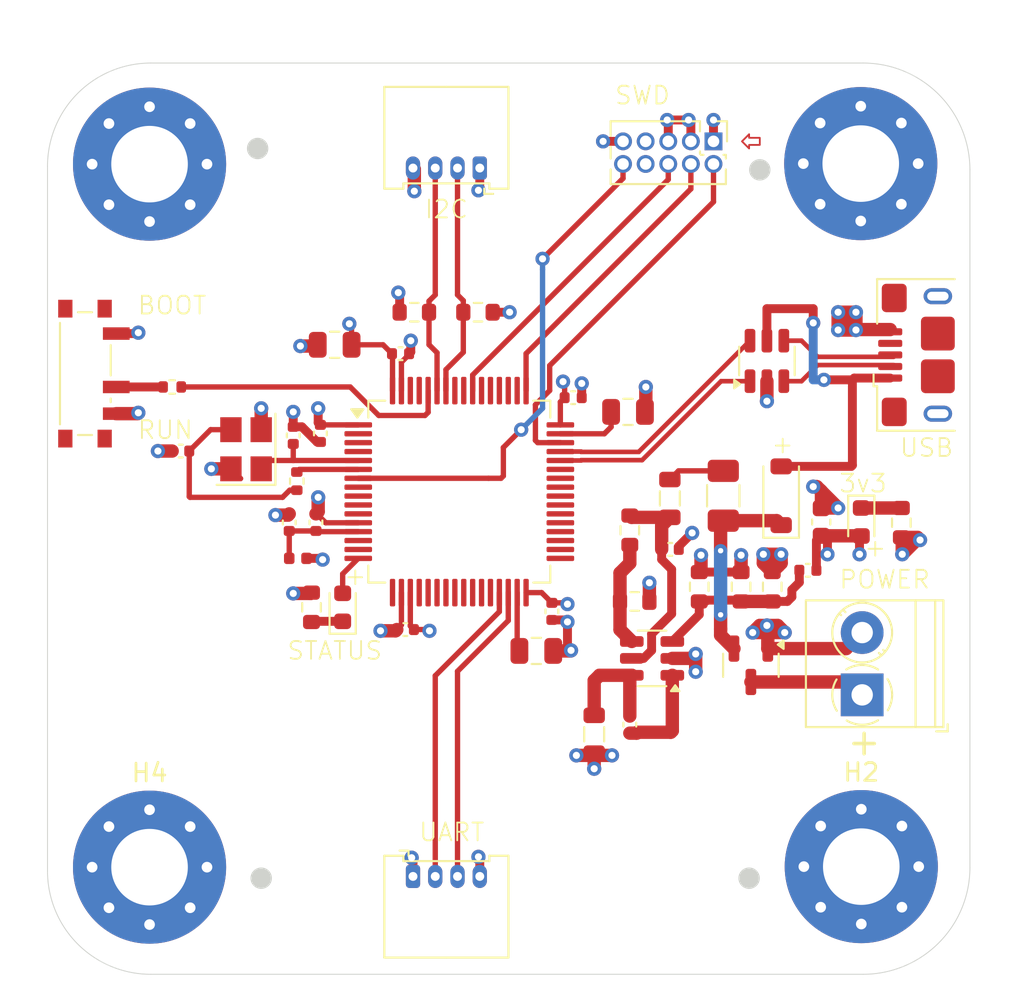
<source format=kicad_pcb>
(kicad_pcb (version 20240108) (generator "pcbnew") (generator_version "8.0")
  (layers (0 "F.Cu" signal) (1 "In1.Cu" power) (2 "In2.Cu" power) (31 "B.Cu" signal) (34 "B.Paste" user) (35 "F.Paste" user) (36 "B.SilkS" user "B.Silkscreen") (37 "F.SilkS" user "F.Silkscreen") (38 "B.Mask" user) (39 "F.Mask" user) (44 "Edge.Cuts" user))
  (net 0 "")
  (net 1 "Net-(U1-VCAP_2)")
  (net 2 "GND")
  (net 3 "Net-(U1-VCAP_1)")
  (net 4 "+3.3V")
  (net 5 "+3.3VA")
  (net 6 "Net-(C11-Pad1)")
  (net 7 "HSE_IN")
  (net 8 "Net-(MP2359DJ1-IN)")
  (net 9 "Net-(MP2359DJ1-SW)")
  (net 10 "Net-(MP2359DJ1-BST)")
  (net 11 "Net-(MP2359DJ1-FB)")
  (net 12 "LED_STATUS")
  (net 13 "Net-(D1-K)")
  (net 14 "+5V")
  (net 15 "Net-(D2-K)")
  (net 16 "Net-(D3-K)")
  (net 17 "Net-(F1-Pad2)")
  (net 18 "+12V")
  (net 19 "SWO")
  (net 20 "SWDIO")
  (net 21 "SECLK")
  (net 22 "NRST")
  (net 25 "I2C1_SCL")
  (net 26 "I2C1_SDA")
  (net 27 "UART3_TX")
  (net 28 "UART3_RX")
  (net 33 "USB_Conn_D+")
  (net 36 "USB_Conn_D-")
  (net 38 "Net-(MP2359DJ1-EN)")
  (net 39 "BOOT0")
  (net 40 "Net-(SW1-B)")
  (net 41 "HSE_OUT")
  (net 67 "USB_D+")
  (net 69 "USB_D-")
  (footprint "LED_SMD:LED_0603_1608Metric" (layer "F.Cu") (at 96.375 103.18 90)
    (property "Reference" "D1")
    (property "Value" "Blue LED")
  )
  (footprint "LED_SMD:LED_0603_1608Metric" (layer "F.Cu") (at 125.5 98.3875 -90)
    (property "Reference" "D3")
    (property "Value" "RED")
  )
  (footprint "Capacitor_SMD:C_0402_1005Metric" (layer "F.Cu") (at 94.875 98.41 90)
    (property "Reference" "C10")
    (property "Value" "10n")
  )
  (footprint "Button_Switch_SMD:SW_SPDT_PCM12" (layer "F.Cu") (at 82.23 90.05 -90)
    (property "Reference" "SW1")
    (property "Value" "SW_SPDT")
  )
  (footprint "Resistor_SMD:R_0402_1005Metric" (layer "F.Cu") (at 93.8 96.09 -90)
    (property "Reference" "R2")
    (property "Value" "47")
  )
  (footprint "Capacitor_SMD:C_0402_1005Metric" (layer "F.Cu") (at 93.6 93.52 90)
    (property "Reference" "C12")
    (property "Value" "12p")
  )
  (footprint "Fuse:Fuse_1206_3216Metric" (layer "F.Cu") (at 117.75 96.9125 90)
    (property "Reference" "F1")
    (property "Value" "Polyfuse_Small")
  )
  (footprint "Package_TO_SOT_SMD:SOT-23-6" (layer "F.Cu") (at 120.2 89.3375 90)
    (property "Reference" "U2")
    (property "Value" "USBLC6-2SC6")
  )
  (footprint "Capacitor_SMD:C_0402_1005Metric" (layer "F.Cu") (at 93.375 98.41 90)
    (property "Reference" "C9")
    (property "Value" "1u")
  )
  (footprint "MountingHole:MountingHole_4.3mm_M4_Pad_Via" (layer "F.Cu") (at 85.530419 117.780419)
    (property "Reference" "H4")
    (property "Value" "MountingHole_Pad")
  )
  (footprint "Inductor_SMD:L_0402_1005Metric" (layer "F.Cu") (at 93.86 100.43 180)
    (property "Reference" "L1")
    (property "Value" "39n")
  )
  (footprint "Resistor_SMD:R_0603_1608Metric" (layer "F.Cu") (at 116.4 102.025 -90)
    (property "Reference" "R6")
    (property "Value" "62K")
  )
  (footprint "MountingHole:MountingHole_4.3mm_M4_Pad_Via" (layer "F.Cu") (at 125.469581 78.25)
    (property "Reference" "H1")
    (property "Value" "MountingHole_Pad")
  )
  (footprint "Capacitor_SMD:C_0805_2012Metric" (layer "F.Cu") (at 95.925 88.43 180)
    (property "Reference" "C3")
    (property "Value" "4u7")
  )
  (footprint "Resistor_SMD:R_0603_1608Metric" (layer "F.Cu") (at 118.75 102.025 -90)
    (property "Reference" "R8")
    (property "Value" "62K")
  )
  (footprint "Connector_Molex:Molex_PicoBlade_53048-0410_1x04_P1.25mm_Horizontal" (layer "F.Cu") (at 100.325 118.3)
    (property "Reference" "J4")
    (property "Value" "Conn_01x04")
  )
  (footprint "Capacitor_SMD:C_0402_1005Metric" (layer "F.Cu") (at 87.28 94.4 180)
    (property "Reference" "C11")
    (property "Value" "12p")
  )
  (footprint "MountingHole:MountingHole_4.3mm_M4_Pad_Via" (layer "F.Cu") (at 85.530419 78.280419)
    (property "Reference" "H3")
    (property "Value" "MountingHole_Pad")
  )
  (footprint "Capacitor_SMD:C_0402_1005Metric" (layer "F.Cu") (at 109.32 91.4)
    (property "Reference" "C7")
    (property "Value" "100n")
  )
  (footprint "MountingHole:MountingHole_4.3mm_M4_Pad_Via" (layer "F.Cu") (at 125.5 117.75)
    (property "Reference" "H2")
    (property "Value" "MountingHole_Pad")
  )
  (footprint "Resistor_SMD:R_0603_1608Metric" (layer "F.Cu") (at 120.5 102.025 90)
    (property "Reference" "R7")
    (property "Value" "10K")
  )
  (footprint "Connector_USB:USB_Micro-B_Amphenol_10118193-0001LF_Horizontal" (layer "F.Cu") (at 129.8 89 90)
    (property "Reference" "J5")
    (property "Value" "USB_B_Micro")
  )
  (footprint "Crystal:Crystal_SMD_3225-4Pin_3.2x2.5mm" (layer "F.Cu") (at 90.95 94.3 90)
    (property "Reference" "Y1")
    (property "Value" "16mhz")
  )
  (footprint "Resistor_SMD:R_0603_1608Metric" (layer "F.Cu") (at 100.4 86.6)
    (property "Reference" "R9")
    (property "Value" "4,7k")
  )
  (footprint "Resistor_SMD:R_0603_1608Metric" (layer "F.Cu") (at 112.775 102.85)
    (property "Reference" "R5")
    (property "Value" "68k")
  )
  (footprint "Inductor_SMD:L_0805_2012Metric" (layer "F.Cu") (at 110.5 110.3125 -90)
    (property "Reference" "L2")
    (property "Value" "4,7u")
  )
  (footprint "Capacitor_SMD:C_0402_1005Metric" (layer "F.Cu") (at 99.625 88.93)
    (property "Reference" "C8")
    (property "Value" "100n")
  )
  (footprint "Capacitor_SMD:C_0402_1005Metric" (layer "F.Cu") (at 112.5 109.77 90)
    (property "Reference" "C14")
    (property "Value" "100n")
  )
  (footprint "Resistor_SMD:R_0402_1005Metric" (layer "F.Cu") (at 86.8 90.8 180)
    (property "Reference" "R1")
    (property "Value" "10k")
  )
  (footprint "Package_TO_SOT_SMD:SOT-23-6" (layer "F.Cu") (at 113.75 106.05 180)
    (property "Reference" "MP2359DJ1")
    (property "Value" "~")
  )
  (footprint "Resistor_SMD:R_0603_1608Metric" (layer "F.Cu") (at 112.5 98.85 -90)
    (property "Reference" "R4")
    (property "Value" "100k")
  )
  (footprint "Capacitor_SMD:C_0805_2012Metric" (layer "F.Cu") (at 107.25 105.63 180)
    (property "Reference" "C2")
    (property "Value" "2u2")
  )
  (footprint "Diode_SMD:D_SOD-123" (layer "F.Cu") (at 121 96.9125 90)
    (property "Reference" "D2")
    (property "Value" "D_Schottky_Small")
  )
  (footprint "Package_QFP:LQFP-64_10x10mm_P0.5mm" (layer "F.Cu") (at 102.925 96.68)
    (property "Reference" "U1")
    (property "Value" "STM32F405RGTx")
  )
  (footprint "Resistor_SMD:R_0603_1608Metric" (layer "F.Cu") (at 103.975 86.6 180)
    (property "Reference" "R10")
    (property "Value" "4,7k")
  )
  (footprint "Connector_PinHeader_1.27mm:PinHeader_2x05_P1.27mm_Vertical" (layer "F.Cu") (at 117.2 77 -90)
    (property "Reference" "J2")
    (property "Value" "Conn_02x05_Odd_Even")
  )
  (footprint "Connector_Molex:Molex_PicoBlade_53048-0410_1x04_P1.25mm_Horizontal" (layer "F.Cu") (at 104.075 78.5 180)
    (property "Reference" "J3")
    (property "Value" "Conn_01x04")
  )
  (footprint "Package_TO_SOT_SMD:SOT-23" (layer "F.Cu") (at 119.3 106.4375 -90)
    (property "Reference" "Q1")
    (property "Value" "AO3401A")
  )
  (footprint "Resistor_SMD:R_0603_1608Metric" (layer "F.Cu") (at 127.75 98.425 -90)
    (property "Reference" "R11")
    (property "Value" "1K")
  )
  (footprint "Capacitor_SMD:C_0402_1005Metric" (layer "F.Cu") (at 99.895 104.43 180)
    (property "Reference" "C5")
    (property "Value" "100n")
  )
  (footprint "Capacitor_SMD:C_0805_2012Metric" (layer "F.Cu") (at 112.4 92.2 180)
    (property "Reference" "C1")
    (property "Value" "2u2")
  )
  (footprint "Inductor_SMD:L_0805_2012Metric" (layer "F.Cu") (at 114.75 97.0625 -90)
    (property "Reference" "FB1")
    (property "Value" "600 Ohm at 100 MHZ")
  )
  (footprint "Resistor_SMD:R_0603_1608Metric" (layer "F.Cu") (at 94.625 103.18 90)
    (property "Reference" "R3")
    (property "Value" "10k")
  )
  (footprint "Capacitor_SMD:C_0402_1005Metric" (layer "F.Cu") (at 122.5 101.1 180)
    (property "Reference" "C15")
    (property "Value" "1n")
  )
  (footprint "Capacitor_SMD:C_0402_1005Metric" (layer "F.Cu") (at 95.125 93.41 -90)
    (property "Reference" "C4")
    (property "Value" "100n")
  )
  (footprint "Capacitor_SMD:C_0603_1608Metric" (layer "F.Cu") (at 123.25 98.3875 -90)
    (property "Reference" "C16")
    (property "Value" "22u")
  )
  (footprint "Capacitor_SMD:C_0402_1005Metric" (layer "F.Cu") (at 108.125 103.41 -90)
    (property "Reference" "C6")
    (property "Value" "100n")
  )
  (footprint "Capacitor_SMD:C_0402_1005Metric" (layer "F.Cu") (at 114.77 99.925)
    (property "Reference" "C13")
    (property "Value" "100n")
  )
  (footprint "TerminalBlock_Phoenix:TerminalBlock_Phoenix_PT-1,5-2-3.5-H_1x02_P3.50mm_Horizontal" (layer "F.Cu") (at 125.55 108.1 90)
    (property "Reference" "J1")
    (property "Value" "Screw_Terminal_01x02")
  )
  (gr_poly (pts (xy 119.8 77.2) (xy 119.8 76.8) (xy 119.2 76.8) (xy 119.2 76.6) (xy 118.8 77) (xy 119.2 77.4) (xy 119.2 77.2)) (stroke (width 0.1)) (fill none) (layer "F.Cu"))
  (gr_line (start 79.8 78.4) (end 79.8 118) (stroke (width 0.05)) (layer "Edge.Cuts"))
  (gr_line (start 131.6 117.8) (end 131.6 78.6) (stroke (width 0.05)) (layer "Edge.Cuts"))
  (gr_circle (center 119.8 78.6) (end 120.376 78.6) (stroke (width 0.05)) (fill solid) (layer "Edge.Cuts"))
  (gr_circle (center 91.8 118.4) (end 92.376 118.4) (stroke (width 0.05)) (fill solid) (layer "Edge.Cuts"))
  (gr_arc (start 131.6 117.8) (mid 129.842641 122.042641) (end 125.6 123.8) (stroke (width 0.05)) (layer "Edge.Cuts"))
  (gr_line (start 125.6 72.6) (end 85.6 72.6) (stroke (width 0.05)) (layer "Edge.Cuts"))
  (gr_line (start 85.6 123.8) (end 125.6 123.8) (stroke (width 0.05)) (layer "Edge.Cuts"))
  (gr_arc (start 125.6 72.6) (mid 129.842641 74.357359) (end 131.6 78.6) (stroke (width 0.05)) (layer "Edge.Cuts"))
  (gr_circle (center 119.2 118.4) (end 119.776 118.4) (stroke (width 0.05)) (fill solid) (layer "Edge.Cuts"))
  (gr_circle (center 91.6 77.4) (end 92.176 77.4) (stroke (width 0.05)) (fill solid) (layer "Edge.Cuts"))
  (gr_arc (start 85.6 123.8) (mid 81.498781 122.101219) (end 79.8 118) (stroke (width 0.05)) (layer "Edge.Cuts"))
  (gr_arc (start 79.8 78.4) (mid 81.498781 74.298781) (end 85.6 72.6) (stroke (width 0.05)) (layer "Edge.Cuts"))
  (gr_text "3v3\n" (at 124.2 96.8 0) (layer "F.SilkS") (effects (font (size 1 1) (thickness 0.1)) (justify left bottom)))
  (gr_text "+" (at 125.6 100.4 0) (layer "F.SilkS") (effects (font (size 1 1) (thickness 0.1)) (justify left bottom)))
  (gr_text "RUN\n" (at 84.8 93.8 0) (layer "F.SilkS") (effects (font (size 1 1) (thickness 0.1)) (justify left bottom)))
  (gr_text "+" (at 124.6 111.6 0) (layer "F.SilkS") (effects (font (size 1.5 1.5) (thickness 0.2)) (justify left bottom)))
  (gr_text "UART\n" (at 100.6 116.4 0) (layer "F.SilkS") (effects (font (size 1 1) (thickness 0.1)) (justify left bottom)))
  (gr_text "POWER\n" (at 124.2 102.2 0) (layer "F.SilkS") (effects (font (size 1 1) (thickness 0.1)) (justify left bottom)))
  (gr_text "STATUS\n" (at 93.2 106.2 0) (layer "F.SilkS") (effects (font (size 1 1) (thickness 0.1)) (justify left bottom)))
  (gr_text "+" (at 120.4 94.6 0) (layer "F.SilkS") (effects (font (size 1 1) (thickness 0.1)) (justify left bottom)))
  (gr_text "USB\n" (at 127.6 94.8 0) (layer "F.SilkS") (effects (font (size 1 1) (thickness 0.1)) (justify left bottom)))
  (gr_text "BOOT\n" (at 84.8 86.8 0) (layer "F.SilkS") (effects (font (size 1 1) (thickness 0.1)) (justify left bottom)))
  (gr_text "I2C\n" (at 102.2 81.4 0) (layer "F.SilkS") (effects (font (size 1 1) (thickness 0.1)) (justify bottom)))
  (gr_text "SWD\n" (at 111.6 75 0) (layer "F.SilkS") (effects (font (size 1 1) (thickness 0.1)) (justify left bottom)))
  (gr_text "+" (at 96.4 102 0) (layer "F.SilkS") (effects (font (size 1 1) (thickness 0.1)) (justify left bottom)))
  (segment (start 108.6 93.43) (end 111.07 93.43) (width 0.3) (layer "F.Cu") (net 1))
  (segment (start 111.45 93.05) (end 111.45 92.2) (width 0.3) (layer "F.Cu") (net 1))
  (segment (start 111.07 93.43) (end 111.45 93.05) (width 0.3) (layer "F.Cu") (net 1))
  (segment (start 114.66 77) (end 114.66 75.86) (width 0.5) (layer "F.Cu") (net 2))
  (segment (start 121 100.7) (end 120.85 100.85) (width 0.75) (layer "F.Cu") (net 2))
  (segment (start 113.4 92.15) (end 113.35 92.2) (width 0.75) (layer "F.Cu") (net 2))
  (segment (start 100.2 88.2) (end 100.2 88.835) (width 0.5) (layer "F.Cu") (net 2))
  (segment (start 104.075 117.275) (end 104 117.2) (width 0.5) (layer "F.Cu") (net 2))
  (segment (start 90.645 95.945) (end 90.1 95.4) (width 0.3) (layer "F.Cu") (net 2))
  (segment (start 127.75 99.25) (end 128.65 99.25) (width 0.75) (layer "F.Cu") (net 2))
  (segment (start 113.6 102.85) (end 113.6 101.8) (width 0.75) (layer "F.Cu") (net 2))
  (segment (start 109.8 91.4) (end 109.8 90.6) (width 0.5) (layer "F.Cu") (net 2))
  (segment (start 100.4 79.8) (end 100.4 78.575) (width 0.75) (layer "F.Cu") (net 2))
  (segment (start 115.25 99.75) (end 116 99) (width 0.5) (layer "F.Cu") (net 2))
  (segment (start 99.675 102.355) (end 99.675 104.17) (width 0.3) (layer "F.Cu") (net 2))
  (segment (start 95 97.805) (end 94.875 97.93) (width 0.75) (layer "F.Cu") (net 2))
  (segment (start 124.2 86.6) (end 124.2 87.6) (width 0.75) (layer "F.Cu") (net 2))
  (segment (start 120.25 105.5) (end 124.65 105.5) (width 0.75) (layer "F.Cu") (net 2))
  (segment (start 108.2 105.63) (end 109.17 105.63) (width 0.75) (layer "F.Cu") (net 2))
  (segment (start 125.2 87.6) (end 125.225 87.575) (width 0.75) (layer "F.Cu") (net 2))
  (segment (start 120 100.2) (end 120.2 100.2) (width 0.75) (layer "F.Cu") (net 2))
  (segment (start 119.8 104.2) (end 119.4 104.6) (width 0.75) (layer "F.Cu") (net 2))
  (segment (start 119.4 104.6) (end 121.2 104.6) (width 0.75) (layer "F.Cu") (net 2))
  (segment (start 127.8 99.3) (end 127.75 99.25) (width 0.75) (layer "F.Cu") (net 2))
  (segment (start 121 100.2) (end 121 100.7) (width 0.75) (layer "F.Cu") (net 2))
  (segment (start 125.225 87.575) (end 127.125 87.575) (width 0.75) (layer "F.Cu") (net 2))
  (segment (start 104.075 118.3) (end 104.075 117.275) (width 0.5) (layer "F.Cu") (net 2))
  (segment (start 93.305 98) (end 93.375 97.93) (width 0.75) (layer "F.Cu") (net 2))
  (segment (start 83.66 92.3) (end 84.85 92.3) (width 0.75) (layer "F.Cu") (net 2))
  (segment (start 115.93 77) (end 115.93 75.93) (width 0.5) (layer "F.Cu") (net 2))
  (segment (start 99.675 91.005) (end 99.675 89.406846) (width 0.3) (layer "F.Cu") (net 2))
  (segment (start 128.6 99.4) (end 127.8 100.2) (width 0.75) (layer "F.Cu") (net 2))
  (segment (start 115.93 75.93) (end 115.8 75.8) (width 0.5) (layer "F.Cu") (net 2))
  (segment (start 120.2 104.2) (end 120.8 104.2) (width 0.75) (layer "F.Cu") (net 2))
  (segment (start 94.921846 97.93) (end 94.875 97.93) (width 0.3) (layer "F.Cu") (net 2))
  (segment (start 94.58 102.4) (end 94.625 102.355) (width 0.75) (layer "F.Cu") (net 2))
  (segment (start 120.85 100.85) (end 120.5 101.2) (width 0.75) (layer "F.Cu") (net 2))
  (segment (start 123.2 96.6) (end 124.2 97.6) (width 0.75) (layer "F.Cu") (net 2))
  (segment (start 124.2 86.6) (end 125.2 86.6) (width 0.75) (layer "F.Cu") (net 2))
  (segment (start 108.125 103.89) (end 108.89 103.89) (width 0.5) (layer "F.Cu") (net 2))
  (segment (start 95 97) (end 95 97.805) (width 0.75) (layer "F.Cu") (net 2))
  (segment (start 84.85 92.3) (end 84.9 92.25) (width 0.75) (layer "F.Cu") (net 2))
  (segment (start 100.105 88.976846) (end 100.105 88.93) (width 0.3) (layer "F.Cu") (net 2))
  (segment (start 123.2625 97.6) (end 123.2625 96.6625) (width 0.75) (layer "F.Cu") (net 2))
  (segment (start 93.6 93.04) (end 94.086734 93.04) (width 0.5) (layer "F.Cu") (net 2))
  (segment (start 93.6 102.4) (end 94.58 102.4) (width 0.75) (layer "F.Cu") (net 2))
  (segment (start 114.66 75.86) (end 114.6 75.8) (width 0.5) (layer "F.Cu") (net 2))
  (segment (start 120.2 104.2) (end 119.8 104.2) (width 0.75) (layer "F.Cu") (net 2))
  (segment (start 120 100.2) (end 121 100.2) (width 0.75) (layer "F.Cu") (net 2))
  (segment (start 122.8 96.4) (end 123 96.4) (width 0.75) (layer "F.Cu") (net 2))
  (segment (start 115.95 106.05) (end 116.2 105.8) (width 0.75) (layer "F.Cu") (net 2))
  (segment (start 109 105.4) (end 109.2 105.6) (width 0.5) (layer "F.Cu") (net 2))
  (segment (start 100.2 88.835) (end 100.105 88.93) (width 0.5) (layer "F.Cu") (net 2))
  (segment (start 124.2 97.6) (end 123.2625 97.6) (width 0.75) (layer "F.Cu") (net 2))
  (segment (start 98.5 104.5) (end 99.345 104.5) (width 0.75) (layer "F.Cu") (net 2))
  (segment (start 128.8 99.4) (end 128.6 99.4) (width 0.75) (layer "F.Cu") (net 2))
  (segment (start 120.2 100.2) (end 120.85 100.85) (width 0.75) (layer "F.Cu") (net 2))
  (segment (start 86 94.4) (end 86.8 94.4) (width 0.75) (layer "F.Cu") (net 2))
  (segment (start 113.4 90.8) (end 113.4 92.15) (width 0.75) (layer "F.Cu") (net 2))
  (segment (start 109.17 105.63) (end 109.2 105.6) (width 0.75) (layer "F.Cu") (net 2))
  (segment (start 120.25 105.5) (end 120.25 104.25) (width 0.75) (layer "F.Cu") (net 2))
  (segment (start 93.6 93.04) (end 93.6 92.2) (width 0.5) (layer "F.Cu") (net 2))
  (segment (start 125.2 86.6) (end 125.2 87.6) (width 0.75) (layer "F.Cu") (net 2))
  (segment (start 123 96.4) (end 123.2 96.6) (width 0.75) (layer "F.Cu") (net 2))
  (segment (start 116.2 106.8) (end 116.2 105.8) (width 0.75) (layer "F.Cu") (net 2))
  (segment (start 128.65 99.25) (end 128.8 99.4) (width 0.75) (layer "F.Cu") (net 2))
  (segment (start 100.4 78.575) (end 100.325 78.5) (width 0.75) (layer "F.Cu") (net 2))
  (segment (start 123.25 97.6125) (end 123.2625 97.6) (width 0.75) (layer "F.Cu") (net 2))
  (segment (start 120 100.2) (end 120 100.7) (width 0.75) (layer "F.Cu") (net 2))
  (segment (start 89 95.4) (end 90.1 95.4) (width 0.75) (layer "F.Cu") (net 2))
  (segment (start 124.2 87.6) (end 125.2 86.6) (width 0.75) (layer "F.Cu") (net 2))
  (segment (start 95.421846 98.43) (end 94.921846 97.93) (width 0.3) (layer "F.Cu") (net 2))
  (segment (start 94.936734 93.89) (end 95.125 93.89) (width 0.5) (layer "F.Cu") (net 2))
  (segment (start 92.6 98) (end 93.305 98) (width 0.75) (layer "F.Cu") (net 2))
  (segment (start 111 77) (end 112.12 77) (width 0.5) (layer "F.Cu") (net 2))
  (segment (start 125.2 87.6) (end 124.2 87.6) (width 0.75) (layer "F.Cu") (net 2))
  (segment (start 99.345 104.5) (end 99.415 104.43) (width 0.75) (layer "F.Cu") (net 2))
  (segment (start 124.65 105.5) (end 125.55 104.6) (width 0.75) (layer "F.Cu") (net 2))
  (segment (start 120.25 104.25) (end 120.2 104.2) (width 0.75) (layer "F.Cu") (net 2))
  (segment (start 115.25 99.925) (end 115.25 99.75) (width 0.5) (layer "F.Cu") (net 2))
  (segment (start 94 88.5) (end 94.905 88.5) (width 0.75) (layer "F.Cu") (net 2))
  (segment (start 99.675 89.406846) (end 100.105 88.976846) (width 0.3) (layer "F.Cu") (net 2))
  (segment (start 127.8 100.2) (end 127.8 99.3) (width 0.75) (layer "F.Cu") (net 2))
  (segment (start 91.8 92) (end 91.8 93.2) (width 0.75) (layer "F.Cu") (net 2))
  (segment (start 120.8 104.2) (end 121.2 104.6) (width 0.75) (layer "F.Cu") (net 2))
  (segment (start 115.8 75.8) (end 114.6 75.8) (width 0.5) (layer "F.Cu") (net 2))
  (segment (start 120.2 91.6) (end 120.2 90.475) (width 0.75) (layer "F.Cu") (net 2))
  (segment (start 108.89 103.89) (end 109 104) (width 0.5) (layer "F.Cu") (net 2))
  (segment (start 109 104) (end 109 105.4) (width 0.5) (layer "F.Cu") (net 2))
  (segment (start 99.675 104.17) (end 99.415 104.43) (width 0.3) (layer "F.Cu") (net 2))
  (segment (start 94.905 88.5) (end 94.975 88.43) (width 0.75) (layer "F.Cu") (net 2))
  (segment (start 94.086734 93.04) (end 94.936734 93.89) (width 0.5) (layer "F.Cu") (net 2))
  (segment (start 97.25 98.43) (end 95.421846 98.43) (width 0.3) (layer "F.Cu") (net 2))
  (segment (start 123.2625 96.6625) (end 123.2 96.6) (width 0.75) (layer "F.Cu") (net 2))
  (segment (start 114.8875 106.05) (end 115.95 106.05) (width 0.75) (layer "F.Cu") (net 2))
  (segment (start 120 100.7) (end 120.5 101.2) (width 0.75) (layer "F.Cu") (net 2))
  (via (at 98.5 104.5) (size 0.8) (drill 0.4) (layers "F.Cu" "B.Cu") (net 2))
  (via (at 124.2 86.6) (size 0.8) (drill 0.4) (layers "F.Cu" "B.Cu") (net 2))
  (via (at 125.2 86.6) (size 0.8) (drill 0.4) (layers "F.Cu" "B.Cu") (net 2))
  (via (at 100.4 79.8) (size 0.8) (drill 0.4) (layers "F.Cu" "B.Cu") (net 2))
  (via (at 121 100.2) (size 0.8) (drill 0.4) (layers "F.Cu" "B.Cu") (net 2))
  (via (at 111 77) (size 0.8) (drill 0.4) (layers "F.Cu" "B.Cu") (net 2))
  (via (at 84.9 92.25) (size 0.8) (drill 0.4) (layers "F.Cu" "B.Cu") (net 2))
  (via (at 109 104) (size 0.8) (drill 0.4) (layers "F.Cu" "B.Cu") (net 2))
  (via (at 127.8 100.2) (size 0.8) (drill 0.4) (layers "F.Cu" "B.Cu") (net 2))
  (via (at 124.2 87.6) (size 0.8) (drill 0.4) (layers "F.Cu" "B.Cu") (net 2))
  (via (at 124.2 97.6) (size 0.8) (drill 0.4) (layers "F.Cu" "B.Cu") (net 2))
  (via (at 93.6 102.4) (size 0.8) (drill 0.4) (layers "F.Cu" "B.Cu") (net 2))
  (via (at 116.2 106.8) (size 0.8) (drill 0.4) (layers "F.Cu" "B.Cu") (net 2))
  (via (at 116.2 105.8) (size 0.8) (drill 0.4) (layers "F.Cu" "B.Cu") (net 2))
  (via (at 86 94.4) (size 0.8) (drill 0.4) (layers "F.Cu" "B.Cu") (net 2))
  (via (at 94 88.5) (size 0.8) (drill 0.4) (layers "F.Cu" "B.Cu") (net 2))
  (via (at 120.2 91.6) (size 0.8) (drill 0.4) (layers "F.Cu" "B.Cu") (net 2))
  (via (at 120.2 104.2) (size 0.8) (drill 0.4) (layers "F.Cu" "B.Cu") (net 2))
  (via (at 95 97) (size 0.8) (drill 0.4) (layers "F.Cu" "B.Cu") (net 2))
  (via (at 121.2 104.6) (size 0.8) (drill 0.4) (layers "F.Cu" "B.Cu") (net 2))
  (via (at 120 100.2) (size 0.8) (drill 0.4) (layers "F.Cu" "B.Cu") (net 2))
  (via (at 125.2 87.6) (size 0.8) (drill 0.4) (layers "F.Cu" "B.Cu") (net 2))
  (via (at 92.6 98) (size 0.8) (drill 0.4) (layers "F.Cu" "B.Cu") (net 2))
  (via (at 122.8 96.4) (size 0.8) (drill 0.4) (layers "F.Cu" "B.Cu") (net 2))
  (via (at 128.8 99.4) (size 0.8) (drill 0.4) (layers "F.Cu" "B.Cu") (net 2))
  (via (at 119.4 104.6) (size 0.8) (drill 0.4) (layers "F.Cu" "B.Cu") (net 2))
  (via (at 91.8 92) (size 0.8) (drill 0.4) (layers "F.Cu" "B.Cu") (net 2))
  (via (at 104 117.2) (size 0.8) (drill 0.4) (layers "F.Cu" "B.Cu") (net 2))
  (via (at 113.6 101.8) (size 0.8) (drill 0.4) (layers "F.Cu" "B.Cu") (net 2))
  (via (at 100.2 88.2) (size 0.8) (drill 0.4) (layers "F.Cu" "B.Cu") (net 2))
  (via (at 114.6 75.8) (size 0.8) (drill 0.4) (layers "F.Cu" "B.Cu") (net 2))
  (via (at 115.8 75.8) (size 0.8) (drill 0.4) (layers "F.Cu" "B.Cu") (net 2))
  (via (at 113.4 90.8) (size 0.8) (drill 0.4) (layers "F.Cu" "B.Cu") (net 2))
  (via (at 89 95.4) (size 0.8) (drill 0.4) (layers "F.Cu" "B.Cu") (net 2))
  (via (at 93.6 92.2) (size 0.8) (drill 0.4) (layers "F.Cu" "B.Cu") (net 2))
  (via (at 109.8 90.6) (size 0.8) (drill 0.4) (layers "F.Cu" "B.Cu") (net 2))
  (via (at 116 99) (size 0.8) (drill 0.4) (layers "F.Cu" "B.Cu") (net 2))
  (via (at 109.2 105.6) (size 0.8) (drill 0.4) (layers "F.Cu" "B.Cu") (net 2))
  (segment (start 106.175 105.505) (end 106.175 102.355) (width 0.3) (layer "F.Cu") (net 3))
  (segment (start 106.3 105.63) (end 106.175 105.505) (width 0.3) (layer "F.Cu") (net 3))
  (segment (start 108.6 92.93) (end 108.6 91.64) (width 0.3) (layer "F.Cu") (net 4))
  (segment (start 110.5 112.25) (end 110.5 111.375) (width 0.75) (layer "F.Cu") (net 4))
  (segment (start 116.5 101.1) (end 116.4 101.2) (width 0.75) (layer "F.Cu") (net 4))
  (segment (start 95 92) (end 95 92.805) (width 0.5) (layer "F.Cu") (net 4))
  (segment (start 104.8 86.6) (end 105.75 86.6) (width 0.5) (layer "F.Cu") (net 4))
  (segment (start 99.575 85.575) (end 99.5 85.5) (width 0.5) (layer "F.Cu") (net 4))
  (segment (start 108.84 90.59) (end 108.75 90.5) (width 0.3) (layer "F.Cu") (net 4))
  (segment (start 104.075 79.675) (end 104 79.75) (width 0.5) (layer "F.Cu") (net 4))
  (segment (start 107.55 102.355) (end 108.125 102.93) (width 0.3) (layer "F.Cu") (net 4))
  (segment (start 111.5 111.5) (end 109.5 111.5) (width 0.75) (layer "F.Cu") (net 4))
  (segment (start 118.75 100.25) (end 118.75 101.2) (width 0.75) (layer "F.Cu") (net 4))
  (segment (start 123.6 99.5125) (end 123.25 99.1625) (width 0.5) (layer "F.Cu") (net 4))
  (segment (start 125.4 100.2) (end 125.4 99.275) (width 0.5) (layer "F.Cu") (net 4))
  (segment (start 122.98 99.4325) (end 123.25 99.1625) (width 0.5) (layer "F.Cu") (net 4))
  (segment (start 106.675 102.355) (end 107.55 102.355) (width 0.3) (layer "F.Cu") (net 4))
  (segment (start 118.75 101.2) (end 116.4 101.2) (width 0.5) (layer "F.Cu") (net 4))
  (segment (start 100.325 118.3) (end 100.325 117.325) (width 0.5) (layer "F.Cu") (net 4))
  (segment (start 100.325 117.325) (end 100.25 117.25) (width 0.5) (layer "F.Cu") (net 4))
  (segment (start 108.84 91.4) (end 108.84 90.59) (width 0.3) (layer "F.Cu") (net 4))
  (segment (start 100.175 104.23) (end 100.375 104.43) (width 0.3) (layer "F.Cu") (net 4))
  (segment (start 83.66 87.8) (end 84.85 87.8) (width 0.5) (layer "F.Cu") (net 4))
  (segment (start 84.85 87.8) (end 84.9 87.75) (width 0.5) (layer "F.Cu") (net 4))
  (segment (start 94.345 100.43) (end 95.18 100.43) (width 0.5) (layer "F.Cu") (net 4))
  (segment (start 100.375 104.43) (end 101.18 104.43) (width 0.3) (layer "F.Cu") (net 4))
  (segment (start 96.875 87.375) (end 96.75 87.25) (width 0.3) (layer "F.Cu") (net 4))
  (segment (start 99.175 91.005) (end 99.175 88.96) (width 0.3) (layer "F.Cu") (net 4))
  (segment (start 125.4 99.275) (end 125.5 99.175) (width 0.5) (layer "F.Cu") (net 4))
  (segment (start 125.4875 99.1625) (end 125.5 99.175) (width 0.75) (layer "F.Cu") (net 4))
  (segment (start 96.875 88.43) (end 98.645 88.43) (width 0.3) (layer "F.Cu") (net 4))
  (segment (start 123.25 99.1625) (end 125.4875 99.1625) (width 0.75) (layer "F.Cu") (net 4))
  (segment (start 108.125 102.93) (end 108.93 102.93) (width 0.3) (layer "F.Cu") (net 4))
  (segment (start 108.93 102.93) (end 109 103) (width 0.3) (layer "F.Cu") (net 4))
  (segment (start 122.98 101.1) (end 122.98 99.4325) (width 0.5) (layer "F.Cu") (net 4))
  (segment (start 117.2 77) (end 117.2 75.8) (width 0.5) (layer "F.Cu") (net 4))
  (segment (start 98.645 88.43) (end 99.145 88.93) (width 0.3) (layer "F.Cu") (net 4))
  (segment (start 123.6 100.2) (end 123.6 99.5125) (width 0.5) (layer "F.Cu") (net 4))
  (segment (start 99.575 86.6) (end 99.575 85.575) (width 0.5) (layer "F.Cu") (net 4))
  (segment (start 101.18 104.43) (end 101.25 104.5) (width 0.3) (layer "F.Cu") (net 4))
  (segment (start 95.125 92.93) (end 97.25 92.93) (width 0.3) (layer "F.Cu") (net 4))
  (segment (start 100.175 102.355) (end 100.175 104.23) (width 0.3) (layer "F.Cu") (net 4))
  (segment (start 95 92.805) (end 95.125 92.93) (width 0.5) (layer "F.Cu") (net 4))
  (segment (start 95.18 100.43) (end 95.25 100.5) (width 0.5) (layer "F.Cu") (net 4))
  (segment (start 104.075 78.5) (end 104.075 79.675) (width 0.5) (layer "F.Cu") (net 4))
  (segment (start 108.6 91.64) (end 108.84 91.4) (width 0.3) (layer "F.Cu") (net 4))
  (segment (start 116.5 100.25) (end 116.5 101.1) (width 0.75) (layer "F.Cu") (net 4))
  (segment (start 99.175 88.96) (end 99.145 88.93) (width 0.3) (layer "F.Cu") (net 4))
  (segment (start 96.875 88.43) (end 96.875 87.375) (width 0.3) (layer "F.Cu") (net 4))
  (via (at 99.5 85.5) (size 0.8) (drill 0.4) (layers "F.Cu" "B.Cu") (net 4))
  (via (at 108.75 90.5) (size 0.8) (drill 0.4) (layers "F.Cu" "B.Cu") (net 4))
  (via (at 109.5 111.5) (size 0.8) (drill 0.4) (layers "F.Cu" "B.Cu") (net 4))
  (via (at 117.2 75.8) (size 0.8) (drill 0.4) (layers "F.Cu" "B.Cu") (net 4))
  (via (at 100.25 117.25) (size 0.8) (drill 0.4) (layers "F.Cu" "B.Cu") (net 4))
  (via (at 109 103) (size 0.8) (drill 0.4) (layers "F.Cu" "B.Cu") (net 4))
  (via (at 105.75 86.6) (size 0.8) (drill 0.4) (layers "F.Cu" "B.Cu") (net 4))
  (via (at 123.6 100.2) (size 0.8) (drill 0.4) (layers "F.Cu" "B.Cu") (net 4))
  (via (at 96.75 87.25) (size 0.8) (drill 0.4) (layers "F.Cu" "B.Cu") (net 4))
  (via (at 95.25 100.5) (size 0.8) (drill 0.4) (layers "F.Cu" "B.Cu") (net 4))
  (via (at 110.5 112.25) (size 0.8) (drill 0.4) (layers "F.Cu" "B.Cu") (net 4))
  (via (at 101.25 104.5) (size 0.8) (drill 0.4) (layers "F.Cu" "B.Cu") (net 4))
  (via (at 125.4 100.2) (size 0.8) (drill 0.4) (layers "F.Cu" "B.Cu") (net 4))
  (via (at 104 79.75) (size 0.8) (drill 0.4) (layers "F.Cu" "B.Cu") (net 4))
  (via (at 116.5 100.25) (size 0.8) (drill 0.4) (layers "F.Cu" "B.Cu") (net 4))
  (via (at 111.5 111.5) (size 0.8) (drill 0.4) (layers "F.Cu" "B.Cu") (net 4))
  (via (at 95 92) (size 0.8) (drill 0.4) (layers "F.Cu" "B.Cu") (net 4))
  (via (at 118.75 100.25) (size 0.8) (drill 0.4) (layers "F.Cu" "B.Cu") (net 4))
  (via (at 84.9 87.75) (size 0.8) (drill 0.4) (layers "F.Cu" "B.Cu") (net 4))
  (segment (start 97.25 98.93) (end 94.915 98.93) (width 0.3) (layer "F.Cu") (net 5))
  (segment (start 94.915 98.93) (end 94.875 98.89) (width 0.3) (layer "F.Cu") (net 5))
  (segment (start 93.375 98.89) (end 93.375 100.43) (width 0.3) (layer "F.Cu") (net 5))
  (segment (start 93.375 98.89) (end 94.875 98.89) (width 0.3) (layer "F.Cu") (net 5))
  (segment (start 90.165 93.135) (end 90.1 93.2) (width 0.3) (layer "F.Cu") (net 6))
  (segment (start 93.8 96.6) (end 93.4 96.6) (width 0.3) (layer "F.Cu") (net 6))
  (segment (start 93.4 96.6) (end 93 97) (width 0.3) (layer "F.Cu") (net 6))
  (segment (start 87.8 97) (end 87.76 96.96) (width 0.3) (layer "F.Cu") (net 6))
  (segment (start 90.1 93.2) (end 88.96 93.2) (width 0.3) (layer "F.Cu") (net 6))
  (segment (start 88.96 93.2) (end 87.76 94.4) (width 0.3) (layer "F.Cu") (net 6))
  (segment (start 87.76 96.96) (end 87.76 94.4) (width 0.3) (layer "F.Cu") (net 6))
  (segment (start 87.8 97) (end 93 97) (width 0.3) (layer "F.Cu") (net 6))
  (segment (start 92.27 94.93) (end 91.8 95.4) (width 0.3) (layer "F.Cu") (net 7))
  (segment (start 97.25 94.93) (end 93.6 94.93) (width 0.3) (layer "F.Cu") (net 7))
  (segment (start 93.6 94.93) (end 92.27 94.93) (width 0.3) (layer "F.Cu") (net 7))
  (segment (start 93.6 94) (end 93.6 94.93) (width 0.3) (layer "F.Cu") (net 7))
  (segment (start 112.6125 106.05) (end 113.274999 106.05) (width 0.5) (layer "F.Cu") (net 8))
  (segment (start 112.6 98.125) (end 112.5 98.025) (width 0.75) (layer "F.Cu") (net 8))
  (segment (start 114.29 100.49) (end 114.29 99.925) (width 0.5) (layer "F.Cu") (net 8))
  (segment (start 114.29 98.585) (end 114.75 98.125) (width 0.75) (layer "F.Cu") (net 8))
  (segment (start 113.725 105.599999) (end 113.725 104.675) (width 0.5) (layer "F.Cu") (net 8))
  (segment (start 114.75 98.125) (end 112.6 98.125) (width 0.75) (layer "F.Cu") (net 8))
  (segment (start 114.29 99.925) (end 114.29 98.585) (width 0.75) (layer "F.Cu") (net 8))
  (segment (start 114.85 103.55) (end 114.85 101.05) (width 0.5) (layer "F.Cu") (net 8))
  (segment (start 113.725 104.675) (end 114.85 103.55) (width 0.5) (layer "F.Cu") (net 8))
  (segment (start 114.85 101.05) (end 114.29 100.49) (width 0.5) (layer "F.Cu") (net 8))
  (segment (start 113.274999 106.05) (end 113.725 105.599999) (width 0.5) (layer "F.Cu") (net 8))
  (segment (start 110.8 107) (end 112.6125 107) (width 0.75) (layer "F.Cu") (net 9))
  (segment (start 110.5 107.3) (end 110.8 107) (width 0.75) (layer "F.Cu") (net 9))
  (segment (start 112.5 107.1125) (end 112.6125 107) (width 0.75) (layer "F.Cu") (net 9))
  (segment (start 110.5 109.25) (end 110.5 107.3) (width 0.75) (layer "F.Cu") (net 9))
  (segment (start 112.5 109.29) (end 112.5 107.1125) (width 0.75) (layer "F.Cu") (net 9))
  (segment (start 112.5 110.25) (end 112.883503 110.25) (width 0.75) (layer "F.Cu") (net 10))
  (segment (start 114.8 110.2) (end 114.8875 110.1125) (width 0.75) (layer "F.Cu") (net 10))
  (segment (start 112.883503 110.25) (end 112.933503 110.2) (width 0.75) (layer "F.Cu") (net 10))
  (segment (start 112.933503 110.2) (end 114.8 110.2) (width 0.75) (layer "F.Cu") (net 10))
  (segment (start 114.8875 110.1125) (end 114.8875 107) (width 0.75) (layer "F.Cu") (net 10))
  (segment (start 116.4 103.5875) (end 116.4 102.85) (width 0.5) (layer "F.Cu") (net 11))
  (segment (start 118.75 102.85) (end 120.5 102.85) (width 0.75) (layer "F.Cu") (net 11))
  (segment (start 114.8875 105.1) (end 116.4 103.5875) (width 0.5) (layer "F.Cu") (net 11))
  (segment (start 121.6 102.6) (end 121.35 102.85) (width 0.5) (layer "F.Cu") (net 11))
  (segment (start 116.825 102.775) (end 118.675 102.775) (width 0.5) (layer "F.Cu") (net 11))
  (segment (start 121.35 102.85) (end 120.5 102.85) (width 0.5) (layer "F.Cu") (net 11))
  (segment (start 122.02 101.78) (end 121.6 102.2) (width 0.5) (layer "F.Cu") (net 11))
  (segment (start 116.75 102.85) (end 116.825 102.775) (width 0.5) (layer "F.Cu") (net 11))
  (segment (start 122.02 101.1) (end 122.02 101.78) (width 0.5) (layer "F.Cu") (net 11))
  (segment (start 116.4 102.85) (end 116.75 102.85) (width 0.5) (layer "F.Cu") (net 11))
  (segment (start 121.6 102.2) (end 121.6 102.6) (width 0.5) (layer "F.Cu") (net 11))
  (segment (start 118.675 102.775) (end 118.75 102.85) (width 0.5) (layer "F.Cu") (net 11))
  (segment (start 96.375 101.305) (end 97.25 100.43) (width 0.3) (layer "F.Cu") (net 12))
  (segment (start 96.375 102.3925) (end 96.375 101.305) (width 0.3) (layer "F.Cu") (net 12))
  (segment (start 94.6625 103.9675) (end 94.625 104.005) (width 0.5) (layer "F.Cu") (net 13))
  (segment (start 96.375 103.9675) (end 94.6625 103.9675) (width 0.5) (layer "F.Cu") (net 13))
  (segment (start 125 90.4) (end 125 95.2) (width 0.5) (layer "F.Cu") (net 14))
  (segment (start 122.8 86.4) (end 122.8 87.2) (width 0.5) (layer "F.Cu") (net 14))
  (segment (start 127.125 90.3) (end 125.1 90.3) (width 0.5) (layer "F.Cu") (net 14))
  (segment (start 120.2 86.4) (end 122.8 86.4) (width 0.5) (layer "F.Cu") (net 14))
  (segment (start 120.2 88.2) (end 120.2 86.4) (width 0.5) (layer "F.Cu") (net 14))
  (segment (start 124.9375 95.2625) (end 121 95.2625) (width 0.5) (layer "F.Cu") (net 14))
  (segment (start 125 95.2) (end 124.9375 95.2625) (width 0.5) (layer "F.Cu") (net 14))
  (segment (start 123.4 90.4) (end 125 90.4) (width 0.5) (layer "F.Cu") (net 14))
  (segment (start 125 90.4) (end 125.1 90.3) (width 0.5) (layer "F.Cu") (net 14))
  (via (at 122.8 87.2) (size 0.8) (drill 0.4) (layers "F.Cu" "B.Cu") (net 14))
  (via (at 123.4 90.4) (size 0.8) (drill 0.4) (layers "F.Cu" "B.Cu") (net 14))
  (segment (start 122.8 90.4) (end 123.4 90.4) (width 0.5) (layer "B.Cu") (net 14))
  (segment (start 122.8 87.2) (end 122.8 90.4) (width 0.5) (layer "B.Cu") (net 14))
  (segment (start 118.35 105.5) (end 117.6 104.75) (width 0.75) (layer "F.Cu") (net 15))
  (segment (start 117.6 98.4625) (end 117.75 98.3125) (width 0.75) (layer "F.Cu") (net 15))
  (segment (start 117.6 104.75) (end 117.6 104.4) (width 0.75) (layer "F.Cu") (net 15))
  (segment (start 117.6 100) (end 117.6 98.4625) (width 0.75) (layer "F.Cu") (net 15))
  (segment (start 117.75 98.3125) (end 120.75 98.3125) (width 0.75) (layer "F.Cu") (net 15))
  (segment (start 120.75 98.3125) (end 121 98.5625) (width 0.75) (layer "F.Cu") (net 15))
  (segment (start 117.6 104.4) (end 117.6 103.6) (width 0.75) (layer "F.Cu") (net 15))
  (via (at 117.6 100) (size 0.6) (drill 0.3) (layers "F.Cu" "B.Cu") (net 15))
  (via (at 117.6 103.6) (size 0.6) (drill 0.3) (layers "F.Cu" "B.Cu") (net 15))
  (segment (start 117.6 103.6) (end 117.6 100) (width 0.75) (layer "B.Cu") (net 15))
  (segment (start 125.5 97.6) (end 127.75 97.6) (width 0.75) (layer "F.Cu") (net 16))
  (segment (start 115.2375 95.5125) (end 114.75 96) (width 0.3) (layer "F.Cu") (net 17))
  (segment (start 117.75 95.5125) (end 115.2375 95.5125) (width 0.3) (layer "F.Cu") (net 17))
  (segment (start 124.825 107.375) (end 125.55 108.1) (width 0.75) (layer "F.Cu") (net 18))
  (segment (start 119.3 107.375) (end 124.825 107.375) (width 0.75) (layer "F.Cu") (net 18))
  (segment (start 103.675 90.12688) (end 114.66 79.14188) (width 0.3) (layer "F.Cu") (net 19))
  (segment (start 103.675 91.005) (end 103.675 90.12688) (width 0.3) (layer "F.Cu") (net 19))
  (segment (start 114.66 79.14188) (end 114.66 78.27) (width 0.3) (layer "F.Cu") (net 19))
  (segment (start 108 89.6) (end 117.2 80.4) (width 0.3) (layer "F.Cu") (net 20))
  (segment (start 108 91) (end 108 89.6) (width 0.3) (layer "F.Cu") (net 20))
  (segment (start 107.2 93.8) (end 107.2 91.8) (width 0.3) (layer "F.Cu") (net 20))
  (segment (start 108.6 93.93) (end 107.33 93.93) (width 0.3) (layer "F.Cu") (net 20))
  (segment (start 117.2 80.4) (end 117.2 78.27) (width 0.3) (layer "F.Cu") (net 20))
  (segment (start 107.2 91.8) (end 108 91) (width 0.3) (layer "F.Cu") (net 20))
  (segment (start 107.33 93.93) (end 107.2 93.8) (width 0.3) (layer "F.Cu") (net 20))
  (segment (start 106.675 91.005) (end 106.675 88.925) (width 0.3) (layer "F.Cu") (net 21))
  (segment (start 115.93 79.67) (end 115.93 78.27) (width 0.3) (layer "F.Cu") (net 21))
  (segment (start 106.675 88.925) (end 115.93 79.67) (width 0.3) (layer "F.Cu") (net 21))
  (segment (start 105.27 95.93) (end 105.4 95.8) (width 0.3) (layer "F.Cu") (net 22))
  (segment (start 111.99 78.4) (end 112.12 78.27) (width 0.3) (layer "F.Cu") (net 22))
  (segment (start 105.4 95.8) (end 105.4 94.2) (width 0.3) (layer "F.Cu") (net 22))
  (segment (start 107.6 83.6) (end 112.12 79.08) (width 0.3) (layer "F.Cu") (net 22))
  (segment (start 112.12 79.08) (end 112.12 78.27) (width 0.3) (layer "F.Cu") (net 22))
  (segment (start 104.57 95.93) (end 105.27 95.93) (width 0.3) (layer "F.Cu") (net 22))
  (segment (start 97.25 95.93) (end 104.57 95.93) (width 0.3) (layer "F.Cu") (net 22))
  (segment (start 105.4 94.2) (end 106.4 93.2) (width 0.3) (layer "F.Cu") (net 22))
  (via (at 107.6 83.6) (size 0.8) (drill 0.4) (layers "F.Cu" "B.Cu") (net 22))
  (via (at 106.4 93.2) (size 0.8) (drill 0.4) (layers "F.Cu" "B.Cu") (net 22))
  (segment (start 107.6 92) (end 107.6 84.2) (width 0.3) (layer "B.Cu") (net 22))
  (segment (start 106.4 93.2) (end 107.6 92) (width 0.3) (layer "B.Cu") (net 22))
  (segment (start 107.6 84.2) (end 107.6 83.6) (width 0.3) (layer "B.Cu") (net 22))
  (segment (start 102.825 85.625) (end 102.825 78.5) (width 0.3) (layer "F.Cu") (net 25))
  (segment (start 103.15 85.95) (end 102.825 85.625) (width 0.3) (layer "F.Cu") (net 25))
  (segment (start 102.175 91.005) (end 102.175 89.825) (width 0.3) (layer "F.Cu") (net 25))
  (segment (start 102.175 89.825) (end 103.15 88.85) (width 0.3) (layer "F.Cu") (net 25))
  (segment (start 103.15 88.85) (end 103.15 86.6) (width 0.3) (layer "F.Cu") (net 25))
  (segment (start 103.15 86.6) (end 103.15 85.95) (width 0.3) (layer "F.Cu") (net 25))
  (segment (start 101.225 86.6) (end 101.225 85.975) (width 0.3) (layer "F.Cu") (net 26))
  (segment (start 101.225 85.975) (end 101.575 85.625) (width 0.3) (layer "F.Cu") (net 26))
  (segment (start 101.225 86.6) (end 101.225 88.425) (width 0.3) (layer "F.Cu") (net 26))
  (segment (start 101.225 88.425) (end 101.675 88.875) (width 0.3) (layer "F.Cu") (net 26))
  (segment (start 101.575 85.625) (end 101.575 78.5) (width 0.3) (layer "F.Cu") (net 26))
  (segment (start 101.675 88.875) (end 101.675 91.005) (width 0.3) (layer "F.Cu") (net 26))
  (segment (start 105.175 103.425) (end 105.175 102.355) (width 0.3) (layer "F.Cu") (net 27))
  (segment (start 101.575 107.025) (end 105.175 103.425) (width 0.3) (layer "F.Cu") (net 27))
  (segment (start 101.575 118.3) (end 101.575 107.025) (width 0.3) (layer "F.Cu") (net 27))
  (segment (start 102.825 106.775) (end 105.675 103.925) (width 0.3) (layer "F.Cu") (net 28))
  (segment (start 105.675 103.925) (end 105.675 102.355) (width 0.3) (layer "F.Cu") (net 28))
  (segment (start 102.825 118.3) (end 102.825 106.775) (width 0.3) (layer "F.Cu") (net 28))
  (segment (start 121.15 88.2) (end 122.143751 88.2) (width 0.261) (layer "F.Cu") (net 33))
  (segment (start 122.143751 88.2) (end 123.050751 89.107) (width 0.261) (layer "F.Cu") (net 33))
  (segment (start 123.050751 89.107) (end 127.317411 89.107) (width 0.261) (layer "F.Cu") (net 33))
  (segment (start 123.050751 89.568) (end 127.317411 89.568) (width 0.261) (layer "F.Cu") (net 36))
  (segment (start 122.143751 90.475) (end 123.050751 89.568) (width 0.261) (layer "F.Cu") (net 36))
  (segment (start 121.15 90.475) (end 122.143751 90.475) (width 0.261) (layer "F.Cu") (net 36))
  (segment (start 111.95 102.85) (end 111.95 104.4375) (width 0.75) (layer "F.Cu") (net 38))
  (segment (start 111.95 104.4375) (end 112.6125 105.1) (width 0.75) (layer "F.Cu") (net 38))
  (segment (start 111.95 101.25) (end 111.95 102.85) (width 0.75) (layer "F.Cu") (net 38))
  (segment (start 112.5 100.7) (end 111.95 101.25) (width 0.75) (layer "F.Cu") (net 38))
  (segment (start 112.5 99.675) (end 112.5 100.7) (width 0.75) (layer "F.Cu") (net 38))
  (segment (start 101.175 92.225) (end 101 92.4) (width 0.3) (layer "F.Cu") (net 39))
  (segment (start 96.8 90.8) (end 87.31 90.8) (width 0.3) (layer "F.Cu") (net 39))
  (segment (start 101 92.4) (end 98.4 92.4) (width 0.3) (layer "F.Cu") (net 39))
  (segment (start 101.175 91.005) (end 101.175 92.225) (width 0.3) (layer "F.Cu") (net 39))
  (segment (start 98.4 92.4) (end 96.8 90.8) (width 0.3) (layer "F.Cu") (net 39))
  (segment (start 86.29 90.8) (end 83.66 90.8) (width 0.5) (layer "F.Cu") (net 40))
  (segment (start 97.25 95.43) (end 93.95 95.43) (width 0.3) (layer "F.Cu") (net 41))
  (segment (start 93.95 95.43) (end 93.8 95.58) (width 0.3) (layer "F.Cu") (net 41))
  (segment (start 109.782001 94.4495) (end 113.0005 94.4495) (width 0.261) (layer "F.Cu") (net 67))
  (segment (start 113.0005 94.4495) (end 119.25 88.2) (width 0.261) (layer "F.Cu") (net 67))
  (segment (start 108.6 94.43) (end 109.762501 94.43) (width 0.261) (layer "F.Cu") (net 67))
  (segment (start 109.762501 94.43) (end 109.782001 94.4495) (width 0.261) (layer "F.Cu") (net 67))
  (segment (start 113.191453 94.9105) (end 117.626953 90.475) (width 0.261) (layer "F.Cu") (net 69))
  (segment (start 117.626953 90.475) (end 119.25 90.475) (width 0.261) (layer "F.Cu") (net 69))
  (segment (start 109.762501 94.93) (end 109.782001 94.9105) (width 0.261) (layer "F.Cu") (net 69))
  (segment (start 109.782001 94.9105) (end 113.191453 94.9105) (width 0.261) (layer "F.Cu") (net 69))
  (segment (start 108.6 94.93) (end 109.762501 94.93) (width 0.261) (layer "F.Cu") (net 69))
)
</source>
